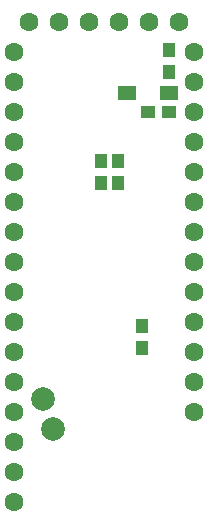
<source format=gbs>
G04 #@! TF.FileFunction,Soldermask,Bot*
%FSLAX46Y46*%
G04 Gerber Fmt 4.6, Leading zero omitted, Abs format (unit mm)*
G04 Created by KiCad (PCBNEW 4.0.7) date 01/05/18 23:13:41*
%MOMM*%
%LPD*%
G01*
G04 APERTURE LIST*
%ADD10C,0.100000*%
%ADD11R,1.500000X1.150000*%
%ADD12C,1.600000*%
%ADD13C,2.000000*%
%ADD14R,1.000000X1.200000*%
%ADD15R,1.200000X1.000000*%
G04 APERTURE END LIST*
D10*
D11*
X138433000Y-96139000D03*
X141983000Y-96139000D03*
D12*
X132715000Y-90170000D03*
X128905000Y-107950000D03*
X128905000Y-105410000D03*
X128905000Y-102870000D03*
X128905000Y-92710000D03*
X128905000Y-95250000D03*
X128905000Y-113030000D03*
X128905000Y-115570000D03*
X128905000Y-118110000D03*
X144145000Y-123190000D03*
X144145000Y-120650000D03*
X144145000Y-115570000D03*
X144145000Y-113030000D03*
X144145000Y-110490000D03*
X128905000Y-123190000D03*
X128905000Y-125730000D03*
X142875000Y-90170000D03*
X128905000Y-97790000D03*
X128905000Y-100330000D03*
X144145000Y-95250000D03*
X130175000Y-90170000D03*
X144145000Y-92710000D03*
X144145000Y-97790000D03*
X137795000Y-90170000D03*
X140335000Y-90170000D03*
X144145000Y-100330000D03*
X135255000Y-90170000D03*
X144145000Y-102870000D03*
X144145000Y-107950000D03*
X128905000Y-110490000D03*
X144145000Y-105410000D03*
X128905000Y-120650000D03*
X144145000Y-118110000D03*
X128905000Y-128270000D03*
X128905000Y-130810000D03*
D13*
X131318000Y-122047000D03*
X132207000Y-124587000D03*
D14*
X139700000Y-115940000D03*
X139700000Y-117740000D03*
X141986000Y-94372000D03*
X141986000Y-92572000D03*
D15*
X140197000Y-97790000D03*
X141997000Y-97790000D03*
D14*
X136271000Y-101970000D03*
X136271000Y-103770000D03*
X137668000Y-101970000D03*
X137668000Y-103770000D03*
M02*

</source>
